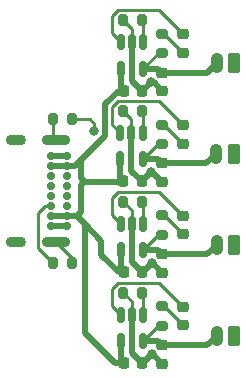
<source format=gtl>
G04 #@! TF.GenerationSoftware,KiCad,Pcbnew,7.0.1*
G04 #@! TF.CreationDate,2024-03-07T21:27:49+09:00*
G04 #@! TF.ProjectId,MP2603-array,4d503236-3033-42d6-9172-7261792e6b69,rev?*
G04 #@! TF.SameCoordinates,PX94c5f00PY6bc3e40*
G04 #@! TF.FileFunction,Copper,L1,Top*
G04 #@! TF.FilePolarity,Positive*
%FSLAX46Y46*%
G04 Gerber Fmt 4.6, Leading zero omitted, Abs format (unit mm)*
G04 Created by KiCad (PCBNEW 7.0.1) date 2024-03-07 21:27:49*
%MOMM*%
%LPD*%
G01*
G04 APERTURE LIST*
G04 Aperture macros list*
%AMRoundRect*
0 Rectangle with rounded corners*
0 $1 Rounding radius*
0 $2 $3 $4 $5 $6 $7 $8 $9 X,Y pos of 4 corners*
0 Add a 4 corners polygon primitive as box body*
4,1,4,$2,$3,$4,$5,$6,$7,$8,$9,$2,$3,0*
0 Add four circle primitives for the rounded corners*
1,1,$1+$1,$2,$3*
1,1,$1+$1,$4,$5*
1,1,$1+$1,$6,$7*
1,1,$1+$1,$8,$9*
0 Add four rect primitives between the rounded corners*
20,1,$1+$1,$2,$3,$4,$5,0*
20,1,$1+$1,$4,$5,$6,$7,0*
20,1,$1+$1,$6,$7,$8,$9,0*
20,1,$1+$1,$8,$9,$2,$3,0*%
G04 Aperture macros list end*
G04 #@! TA.AperFunction,SMDPad,CuDef*
%ADD10RoundRect,0.225000X-0.250000X0.225000X-0.250000X-0.225000X0.250000X-0.225000X0.250000X0.225000X0*%
G04 #@! TD*
G04 #@! TA.AperFunction,SMDPad,CuDef*
%ADD11RoundRect,0.200000X-0.200000X-0.275000X0.200000X-0.275000X0.200000X0.275000X-0.200000X0.275000X0*%
G04 #@! TD*
G04 #@! TA.AperFunction,SMDPad,CuDef*
%ADD12RoundRect,0.218750X-0.256250X0.218750X-0.256250X-0.218750X0.256250X-0.218750X0.256250X0.218750X0*%
G04 #@! TD*
G04 #@! TA.AperFunction,SMDPad,CuDef*
%ADD13RoundRect,0.200000X0.275000X-0.200000X0.275000X0.200000X-0.275000X0.200000X-0.275000X-0.200000X0*%
G04 #@! TD*
G04 #@! TA.AperFunction,SMDPad,CuDef*
%ADD14RoundRect,0.225000X-0.225000X-0.250000X0.225000X-0.250000X0.225000X0.250000X-0.225000X0.250000X0*%
G04 #@! TD*
G04 #@! TA.AperFunction,ComponentPad*
%ADD15RoundRect,0.250000X0.265000X0.615000X-0.265000X0.615000X-0.265000X-0.615000X0.265000X-0.615000X0*%
G04 #@! TD*
G04 #@! TA.AperFunction,ComponentPad*
%ADD16O,1.030000X1.730000*%
G04 #@! TD*
G04 #@! TA.AperFunction,SMDPad,CuDef*
%ADD17RoundRect,0.150000X-0.150000X0.512500X-0.150000X-0.512500X0.150000X-0.512500X0.150000X0.512500X0*%
G04 #@! TD*
G04 #@! TA.AperFunction,SMDPad,CuDef*
%ADD18RoundRect,0.200000X0.200000X0.275000X-0.200000X0.275000X-0.200000X-0.275000X0.200000X-0.275000X0*%
G04 #@! TD*
G04 #@! TA.AperFunction,ComponentPad*
%ADD19C,0.700000*%
G04 #@! TD*
G04 #@! TA.AperFunction,ComponentPad*
%ADD20O,2.400000X0.900000*%
G04 #@! TD*
G04 #@! TA.AperFunction,ComponentPad*
%ADD21O,1.700000X0.900000*%
G04 #@! TD*
G04 #@! TA.AperFunction,ViaPad*
%ADD22C,0.800000*%
G04 #@! TD*
G04 #@! TA.AperFunction,Conductor*
%ADD23C,0.500000*%
G04 #@! TD*
G04 #@! TA.AperFunction,Conductor*
%ADD24C,0.250000*%
G04 #@! TD*
G04 APERTURE END LIST*
D10*
X16725000Y18332538D03*
X16725000Y16782538D03*
D11*
X13425000Y30500000D03*
X15075000Y30500000D03*
D12*
X18500000Y13895038D03*
X18500000Y12320038D03*
D10*
X16750000Y2932538D03*
X16750000Y1382538D03*
D13*
X16750000Y27675000D03*
X16750000Y29325000D03*
D11*
X7475000Y9900000D03*
X9125000Y9900000D03*
X13425000Y7407538D03*
X15075000Y7407538D03*
D14*
X13475000Y24500000D03*
X15025000Y24500000D03*
D15*
X22850000Y3757538D03*
D16*
X21350000Y3757538D03*
D15*
X22850000Y26850000D03*
D16*
X21350000Y26850000D03*
D14*
X13475000Y1407538D03*
X15025000Y1407538D03*
D13*
X16750000Y12282538D03*
X16750000Y13932538D03*
D12*
X18500000Y6195038D03*
X18500000Y4620038D03*
D17*
X15125000Y28637500D03*
X14175000Y28637500D03*
X13225000Y28637500D03*
X13225000Y26362500D03*
X15125000Y26362500D03*
D13*
X16750000Y4582538D03*
X16750000Y6232538D03*
D15*
X22825000Y19157538D03*
D16*
X21325000Y19157538D03*
D14*
X13475000Y9107538D03*
X15025000Y9107538D03*
X13450000Y16807538D03*
X15000000Y16807538D03*
D13*
X16725000Y19982538D03*
X16725000Y21632538D03*
D15*
X22850000Y11457538D03*
D16*
X21350000Y11457538D03*
D12*
X18475000Y21595038D03*
X18475000Y20020038D03*
D17*
X15100000Y20945038D03*
X14150000Y20945038D03*
X13200000Y20945038D03*
X13200000Y18670038D03*
X15100000Y18670038D03*
D18*
X9125000Y22100000D03*
X7475000Y22100000D03*
D12*
X18500000Y29287500D03*
X18500000Y27712500D03*
D10*
X16750000Y10632538D03*
X16750000Y9082538D03*
D17*
X15125000Y13245038D03*
X14175000Y13245038D03*
X13225000Y13245038D03*
X13225000Y10970038D03*
X15125000Y10970038D03*
D19*
X8725000Y18975000D03*
X8725000Y18125000D03*
X8725000Y17275000D03*
X8725000Y16425000D03*
X8725000Y15575000D03*
X8725000Y14725000D03*
X8725000Y13875000D03*
X8725000Y13025000D03*
X7375000Y13025000D03*
X7375000Y13875000D03*
X7375000Y14725000D03*
X7375000Y15575000D03*
X7375000Y16425000D03*
X7375000Y17275000D03*
X7375000Y18125000D03*
X7375000Y18975000D03*
D20*
X7745000Y20325000D03*
D21*
X4365000Y20325000D03*
D20*
X7745000Y11675000D03*
D21*
X4365000Y11675000D03*
D10*
X16750000Y26025000D03*
X16750000Y24475000D03*
D11*
X13400000Y22807538D03*
X15050000Y22807538D03*
D17*
X15125000Y5545038D03*
X14175000Y5545038D03*
X13225000Y5545038D03*
X13225000Y3270038D03*
X15125000Y3270038D03*
D11*
X13425000Y15107538D03*
X15075000Y15107538D03*
D22*
X15800000Y17600000D03*
X15800000Y25200000D03*
X15870508Y2175053D03*
X15870508Y9875053D03*
X11000000Y21069774D03*
D23*
X9900000Y17100000D02*
X10200000Y16800000D01*
X9900000Y17975000D02*
X9900000Y17100000D01*
X13061828Y24500000D02*
X13475000Y24500000D01*
X13225000Y26362500D02*
X13225000Y24750000D01*
X10200000Y4000000D02*
X12792462Y1407538D01*
X13225000Y24750000D02*
X13475000Y24500000D01*
X13225000Y1657538D02*
X13475000Y1407538D01*
X11900000Y23338173D02*
X13061828Y24500000D01*
X13225000Y9357538D02*
X13475000Y9107538D01*
X9900000Y17975000D02*
X9900000Y18638172D01*
X13442462Y16800000D02*
X10200000Y16800000D01*
X9900000Y14250000D02*
X9525000Y13875000D01*
X13442462Y16800000D02*
X13450000Y16807538D01*
X11900000Y20638172D02*
X11900000Y23338173D01*
X9386828Y18125000D02*
X9900000Y18638172D01*
X9900000Y18638172D02*
X11900000Y20638172D01*
X10200000Y16800000D02*
X9900000Y16500000D01*
X10200000Y13200000D02*
X9525000Y13875000D01*
X8725000Y18125000D02*
X7375000Y18125000D01*
X13475000Y9107538D02*
X13092462Y9107538D01*
X13225000Y3270038D02*
X13225000Y1657538D01*
X9900000Y16500000D02*
X9900000Y14250000D01*
X12792462Y1407538D02*
X13475000Y1407538D01*
X8725000Y13875000D02*
X9525000Y13875000D01*
X10200000Y13200000D02*
X10200000Y4000000D01*
X11600000Y10600000D02*
X11600000Y11800000D01*
X8725000Y18125000D02*
X9386828Y18125000D01*
X13200000Y18670038D02*
X13200000Y17057538D01*
X8725000Y13875000D02*
X7375000Y13875000D01*
X13200000Y17057538D02*
X13450000Y16807538D01*
X13225000Y10970038D02*
X13225000Y9357538D01*
X11600000Y11800000D02*
X10200000Y13200000D01*
X13092462Y9107538D02*
X11600000Y10600000D01*
D24*
X13425000Y7407538D02*
X14175000Y6657538D01*
D23*
X15957485Y2175053D02*
X16750000Y1382538D01*
D24*
X9125000Y9900000D02*
X9125000Y10295000D01*
D23*
X15025000Y24500000D02*
X15100000Y24500000D01*
D24*
X14175000Y14357538D02*
X14175000Y13245038D01*
D23*
X8725000Y18975000D02*
X7375000Y18975000D01*
X15102993Y1407538D02*
X15870508Y2175053D01*
X15800000Y17600000D02*
X15907538Y17600000D01*
D24*
X14150000Y22057538D02*
X14150000Y20945038D01*
D23*
X15025000Y1407538D02*
X15102993Y1407538D01*
X15870508Y9875053D02*
X15957485Y9875053D01*
X15000000Y16807538D02*
X15007538Y16807538D01*
X15957485Y9875053D02*
X16750000Y9082538D01*
X16025000Y25200000D02*
X16750000Y24475000D01*
D24*
X14175000Y6657538D02*
X14175000Y5545038D01*
D23*
X15025000Y1407538D02*
X14175000Y2257538D01*
D24*
X7475000Y20595000D02*
X7745000Y20325000D01*
D23*
X14175000Y25350000D02*
X14175000Y28637500D01*
X14175000Y2257538D02*
X14175000Y5545038D01*
D24*
X14175000Y29750000D02*
X14175000Y28637500D01*
D23*
X14150000Y17657538D02*
X14150000Y20945038D01*
D24*
X9125000Y10295000D02*
X7745000Y11675000D01*
D23*
X15007538Y16807538D02*
X15800000Y17600000D01*
X7375000Y13025000D02*
X8725000Y13025000D01*
D24*
X13425000Y30500000D02*
X14175000Y29750000D01*
D23*
X14175000Y9957538D02*
X14175000Y13245038D01*
X15907538Y17600000D02*
X16725000Y16782538D01*
X15025000Y24500000D02*
X14175000Y25350000D01*
X15025000Y9107538D02*
X14175000Y9957538D01*
X15000000Y16807538D02*
X14150000Y17657538D01*
X15025000Y9107538D02*
X15102993Y9107538D01*
X15102993Y9107538D02*
X15870508Y9875053D01*
D24*
X7475000Y22100000D02*
X7475000Y20595000D01*
D23*
X15870508Y2175053D02*
X15957485Y2175053D01*
D24*
X16700000Y16807538D02*
X16725000Y16782538D01*
X13425000Y15107538D02*
X14175000Y14357538D01*
X16725000Y1407538D02*
X16750000Y1382538D01*
X16725000Y9107538D02*
X16750000Y9082538D01*
D23*
X15100000Y24500000D02*
X15800000Y25200000D01*
D24*
X13400000Y22807538D02*
X14150000Y22057538D01*
D23*
X15800000Y25200000D02*
X16025000Y25200000D01*
X16412500Y26362500D02*
X15125000Y26362500D01*
D24*
X16750000Y27675000D02*
X16437500Y27675000D01*
X16437500Y27675000D02*
X15125000Y26362500D01*
D23*
X21350000Y26850000D02*
X20525000Y26025000D01*
X20525000Y26025000D02*
X16750000Y26025000D01*
X16750000Y26025000D02*
X16412500Y26362500D01*
D24*
X16725000Y19982538D02*
X16412500Y19982538D01*
D23*
X16725000Y18332538D02*
X16387500Y18670038D01*
D24*
X16412500Y19982538D02*
X15100000Y18670038D01*
D23*
X20500000Y18332538D02*
X16725000Y18332538D01*
X16387500Y18670038D02*
X15100000Y18670038D01*
X21325000Y19157538D02*
X20500000Y18332538D01*
D24*
X16437500Y12282538D02*
X15125000Y10970038D01*
D23*
X16412500Y10970038D02*
X15125000Y10970038D01*
X20525000Y10632538D02*
X16750000Y10632538D01*
D24*
X16750000Y12282538D02*
X16437500Y12282538D01*
D23*
X16750000Y10632538D02*
X16412500Y10970038D01*
X21350000Y11457538D02*
X20525000Y10632538D01*
X20525000Y2932538D02*
X16750000Y2932538D01*
X21350000Y3757538D02*
X20525000Y2932538D01*
X16750000Y2932538D02*
X16412500Y3270038D01*
D24*
X16750000Y4582538D02*
X16437500Y4582538D01*
D23*
X16412500Y3270038D02*
X15125000Y3270038D01*
D24*
X16437500Y4582538D02*
X15125000Y3270038D01*
X18500000Y29287500D02*
X16487500Y31300000D01*
X16487500Y31300000D02*
X13007538Y31300000D01*
X13007538Y31300000D02*
X12500000Y30792462D01*
X12500000Y30792462D02*
X12500000Y29362500D01*
X12500000Y29362500D02*
X13225000Y28637500D01*
X16750000Y29325000D02*
X16887500Y29325000D01*
X16887500Y29325000D02*
X18500000Y27712500D01*
X12475000Y21670038D02*
X13200000Y20945038D01*
X12475000Y23100000D02*
X12475000Y21670038D01*
X12982538Y23607538D02*
X12475000Y23100000D01*
X16462500Y23607538D02*
X12982538Y23607538D01*
X18475000Y21595038D02*
X16462500Y23607538D01*
X16862500Y21632538D02*
X18475000Y20020038D01*
X16725000Y21632538D02*
X16862500Y21632538D01*
X18500000Y13895038D02*
X16487500Y15907538D01*
X13007538Y15907538D02*
X12500000Y15400000D01*
X12500000Y15400000D02*
X12500000Y13970038D01*
X16487500Y15907538D02*
X13007538Y15907538D01*
X12500000Y13970038D02*
X13225000Y13245038D01*
X16750000Y13932538D02*
X16887500Y13932538D01*
X16887500Y13932538D02*
X18500000Y12320038D01*
X13007538Y8207538D02*
X12500000Y7700000D01*
X16487500Y8207538D02*
X13007538Y8207538D01*
X12500000Y7700000D02*
X12500000Y6270038D01*
X12500000Y6270038D02*
X13225000Y5545038D01*
X18500000Y6195038D02*
X16487500Y8207538D01*
X16887500Y6232538D02*
X18500000Y4620038D01*
X16750000Y6232538D02*
X16887500Y6232538D01*
X10600000Y22100000D02*
X9125000Y22100000D01*
X11000000Y21700000D02*
X10600000Y22100000D01*
X11000000Y21069774D02*
X11000000Y21700000D01*
X6220000Y11155000D02*
X6220000Y14120000D01*
X6825000Y14725000D02*
X7375000Y14725000D01*
X7475000Y9900000D02*
X6220000Y11155000D01*
X6220000Y14120000D02*
X6825000Y14725000D01*
X15125000Y28637500D02*
X15125000Y30450000D01*
X15125000Y30450000D02*
X15075000Y30500000D01*
X15100000Y20945038D02*
X15100000Y22757538D01*
X15100000Y22757538D02*
X15050000Y22807538D01*
X15125000Y13245038D02*
X15125000Y15057538D01*
X15125000Y15057538D02*
X15075000Y15107538D01*
X15125000Y7357538D02*
X15075000Y7407538D01*
X15125000Y5545038D02*
X15125000Y7357538D01*
M02*

</source>
